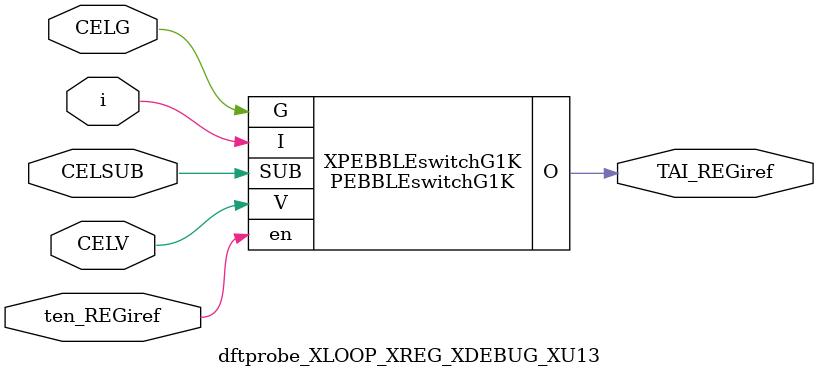
<source format=v>


module PEBBLEswitchG1K ( O, G, I, SUB, V, en );

  input V;
  input en;
  input I;
  input G;
  input SUB;
  output O;
endmodule


module dftprobe_XLOOP_XREG_XDEBUG_XU13 (i,TAI_REGiref,ten_REGiref,CELG,CELSUB,CELV);
input  i;
output  TAI_REGiref;
input  ten_REGiref;
input  CELG;
input  CELSUB;
input  CELV;

PEBBLEswitchG1K XPEBBLEswitchG1K(
  .I (i),
  .O (TAI_REGiref),
  .en (ten_REGiref),
  .G (CELG),
  .SUB (CELSUB),
  .V (CELV)
);

endmodule


</source>
